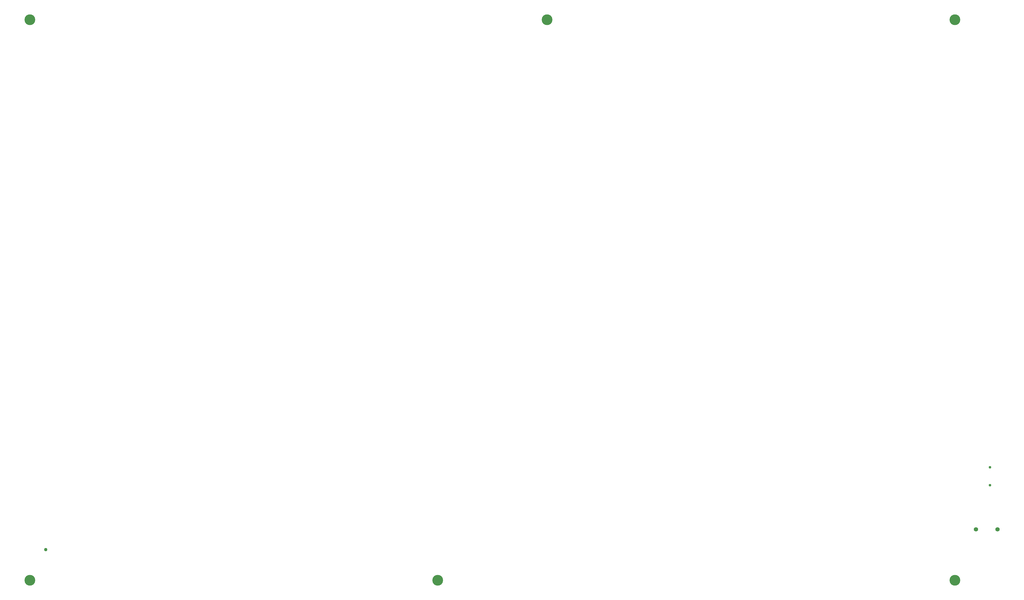
<source format=gbs>
G04 EAGLE Gerber RS-274X export*
G75*
%MOMM*%
%FSLAX34Y34*%
%LPD*%
%INSoldermask Bottom*%
%IPPOS*%
%AMOC8*
5,1,8,0,0,1.08239X$1,22.5*%
G01*
%ADD10C,3.505200*%
%ADD11C,0.853200*%
%ADD12C,1.403200*%
%ADD13C,1.103200*%


D10*
X3090000Y75000D03*
X75000Y75000D03*
D11*
X3204600Y385530D03*
X3204600Y443330D03*
D12*
X3229000Y241000D03*
X3159000Y241000D03*
D13*
X127000Y175200D03*
D10*
X1760730Y1902500D03*
X1404270Y75000D03*
X3090000Y1902500D03*
X75000Y1902500D03*
M02*

</source>
